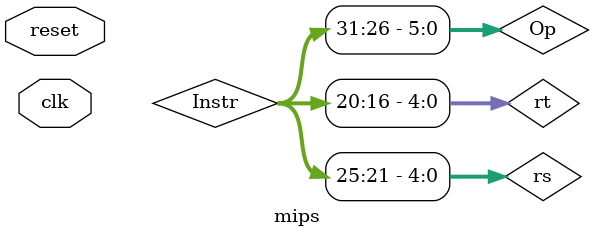
<source format=v>
`timescale 1ns / 1ps
module mips(
    input clk,
    input reset
    );
	
	wire [31:0] Instr;	//32Î»Ö¸Áî
	wire [4:0] rs, rt, rd;
	wire [4:0] ThirdIn;	
	wire [5:0] Op, Funct;
	reg [31:0] PC;
	wire [31:0] NPC;
	
	wire MemtoReg, MemWrite;	
	wire [1:0] RegDst, ALUSrc, ExtOp;
	wire [2:0] Jump;
	wire [2:0] Branch;
	
	wire [3:0] ALUOp;	//ControlÄ£¿éÏà¹Ø²ÎÊý
	wire [15:0] Imm16;
	wire [31:0] Ext32;	
	wire [1:0] Zero;
	wire [31:0] ALUResult;	//ALUÄ£¿éÏà¹Ø²ÎÊý
	wire [31:0] RD1,RD2;	//GRF
	wire [31:0] WD, RD;	//DM
	
	
	//³õÊ¼»¯µÚÒ»ÌõÖ¸ÁîµÄµØÖ·
	initial begin
		PC = 32'h00003000;
	end
	
	
	//ÒÔÏÂÎªBÖ¸ÁîµÄÅÐ¶Ï²¿·Ö
	wire B, beq, bne, bgez, bgtz, blez, bltz, less0, equal0, greater0;
	assign less0 = !Zero[1] & !Zero[0];
	assign equal0 = !Zero[1] & Zero[0];
	assign greater0= Zero[1] & !Zero[0];
	assign beq = !Branch[2] & !Branch[1] & Branch[0]; 
	assign bne = !Branch[2] & Branch[1] & !Branch[0]; 
	assign bgez = !Branch[2] & Branch[1] & Branch[0]; 
	assign bgtz = Branch[2] & !Branch[1] & !Branch[0]; 
	assign blez = Branch[2] & !Branch[1] & Branch[0]; 
	assign bltz = Branch[2] & Branch[1] & !Branch[0]; 
	assign B = (beq & equal0) + (bne & (less0 | greater0)) +
				  (bgez & (equal0 + greater0)) + (bgtz & greater0) +
				  (blez & (less0 + equal0)) + (bltz & less0);
	
	//¶ÔPCµÄÖµ½øÐÐ¸üÐÂ
	always @(posedge clk or posedge reset) begin
		if (reset) begin
			PC <= 32'h00003000;
		end
		else begin
			PC <= PC + 4;
			/*
			if (B)
				//ÈôÓÐBranchÖ¸Áî½øÐÐÏàÓ¦µÄÌø×ª
				PC <= {{14{Instr[15]}},{Instr[15:0]},{2{1'b0}}};
			else begin
				//¸ù¾ÝJumpÐÅºÅ½øÐÐÏàÓ¦µÄÌø×ª
				case (Jump)
					3'b000 : PC <= PC + 4;
					3'b100 : PC <= {{Instr[31:28]},{Instr[25:0]},{2{1'b0}}};
					3'b101 : PC <= {{Instr[31:28]},{Instr[25:0]},{2{1'b0}}};
					3'b110 : PC <= RD1;
					3'b111 : PC <= RD1;
					default PC <= PC + 4;
				endcase
			end
			*/
		end 
	end 
	
	/*
	//µ÷ÓÃNPCÒÔ¼ÆËãÏÂÒ»¸ö32Î»PCÐÅºÅ
	NPC NPCC(
		.Instr(Instr),
		//ÒÔÏÂÁ½¸öÎªPCÏà¹ØµÄÐÅºÅ
		.PC(PC),
		.NPC(NPC),
		//ÒÔÏÂÁ½¸öÊÇ¸úBranchÖ¸ÁîÏà¹ØµÄÊäÈëÐÅºÅ
		.Branch(Branch),
		.Zero(Zero),	 
		//ÒÔÏÂÊÇ¸úJumpÖ¸ÁîÏà¹ØµÄÊäÈëÐÅºÅ
		.Jump(Jump),	
		.jr(RD1)
    );
	 */
	
	//µ÷ÓÃIM´ÓÖ¸Áî´æ´¢Æ÷ÖÐ»ñÈ¡32Î»Ö¸Áî	
	IM IM(
		.PC(PC),
		.Instr(Instr)
    );
	
	//´ÓÖ¸Áî»ñÈ¡Ö¸Áî´úÂë¡¢¼Ä´æÆ÷µØÖ·¡¢Á¢¼´Êý
	assign Op = Instr[31:26];	
	assign rs = Instr[25:21];
	assign rt = Instr[20:16];
	assign rd = Instr[15:11];
	assign Funct = Instr[5:0];
	assign Imm16 = Instr[15:0];
	
	//µ÷ÓÃEXT£¬½«16Î»Á¢¼´ÊýÀ©Õ¹³É32Î»
	EXT EXT(
		.Imm16(Imm16),
		.Ext32(Ext32),
		.ExtOp(Extop)
    );

	//µ÷ÓÃController£¬Éú³É¿ØÖÆÐÅºÅ
	Controller Controller (
		//ÓÃÀ´¼ø±ðÖ¸ÁîµÄÈý¸öÊäÈë£¬ÆäÖÐBinÓëBranchÖ¸ÁîÓÐ¹Ø
		.Op(Op), 
		.Funct(Funct), 
		.ThirdIn(ThirdIn),
		//¹ØÓÚ¼Ä´æÆ÷ºÍÄÚ´æ¶ÁÐ´ÐÅºÅ
		.RegWrite(RegWrite),
		.MemWrite(MemWrite), 
		.MemtoReg(MemtoReg), 
		//ÓÃÓÚ¶àÂ·Ñ¡ÔñÆ÷µÄÐÅºÅÎ»
		.RegDst(RegDst), 
		.ALUSrc(ALUSrc), 
		.ExtOp(ExtOp),
		.ALUOp(ALUOp),
		//JumpºÍBranchµÄ×¨ÓÃÐÅºÅ
		.Jump(Jump),
		.Branch(Branch)	
	);


	//µ÷ÓÃGRF
	GRF GRF (
		.PC(PC),
		.A1(rs), 
		.A2(rt), 
		.A3((RegDst[1]) ? 5'b11111 : ( (RegDst[0])? rd : rt ) ), 
		.RD1(RD1), 
		.RD2(RD2),	
		.WD((MemtoReg) ? RD :( (Jump ==2'b00) ? ALUResult : PC + 4) ), 
		.RegWrite(RegWrite), 
		.clk(clk), 
		.reset(reset)
	);
	
	
	//µ÷ÓÃALU
	ALU ALU (
		.A(RD1), 
		.B((ALUSrc[1]) ? 32'h000000000 : ( (ALUSrc[0])? Ext32 : RD2 ) ), 
		.C(ALUResult),
		.Zero(Zero), 
		.ALUOp(ALUOp)
	);
	

	//µ÷ÓÃDM
	DM DM (
		.PC(PC),
		.A(ALUResult[9:0]), 
		.WD(WD), 
		.RD(RD),
		.MemWrite(MemWrite), 
		.clk(clk), 
		.reset(reset)
	);
	
endmodule

</source>
